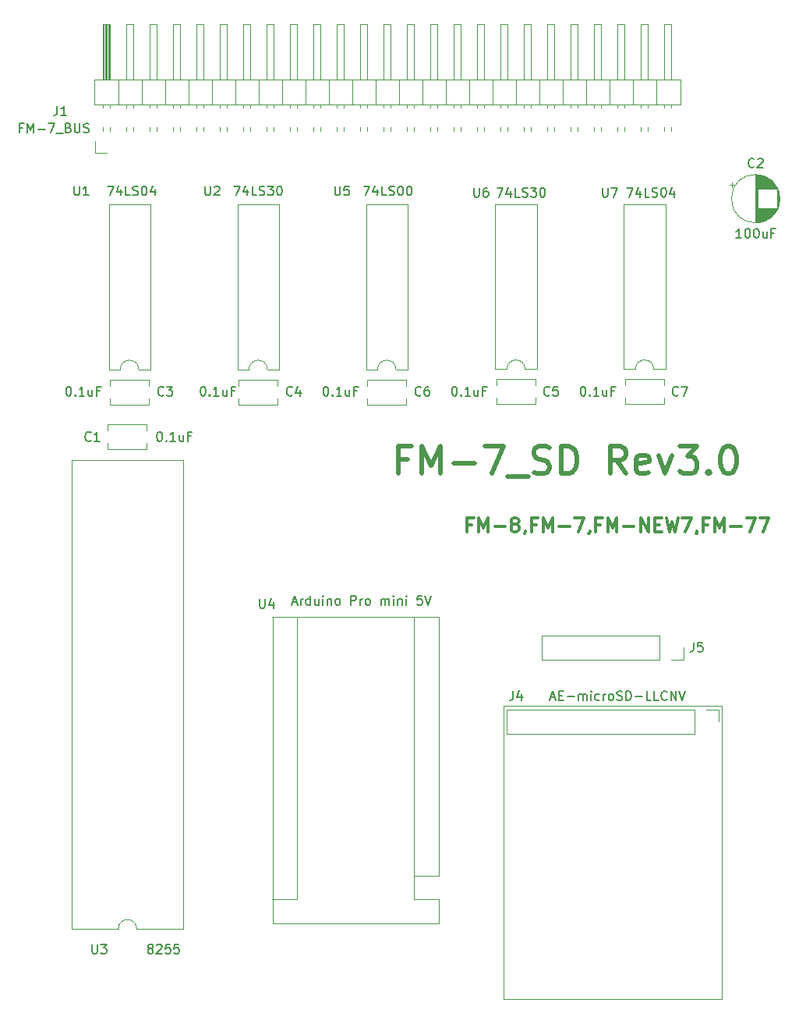
<source format=gto>
G04 #@! TF.GenerationSoftware,KiCad,Pcbnew,(5.1.9)-1*
G04 #@! TF.CreationDate,2023-02-16T17:22:46+09:00*
G04 #@! TF.ProjectId,FM-7_SD,464d2d37-5f53-4442-9e6b-696361645f70,rev?*
G04 #@! TF.SameCoordinates,PX53920b0PY93c3260*
G04 #@! TF.FileFunction,Legend,Top*
G04 #@! TF.FilePolarity,Positive*
%FSLAX46Y46*%
G04 Gerber Fmt 4.6, Leading zero omitted, Abs format (unit mm)*
G04 Created by KiCad (PCBNEW (5.1.9)-1) date 2023-02-16 17:22:46*
%MOMM*%
%LPD*%
G01*
G04 APERTURE LIST*
%ADD10C,0.300000*%
%ADD11C,0.150000*%
%ADD12C,0.500000*%
%ADD13C,0.120000*%
G04 APERTURE END LIST*
D10*
X58678571Y51607143D02*
X58178571Y51607143D01*
X58178571Y50821429D02*
X58178571Y52321429D01*
X58892857Y52321429D01*
X59464285Y50821429D02*
X59464285Y52321429D01*
X59964285Y51250000D01*
X60464285Y52321429D01*
X60464285Y50821429D01*
X61178571Y51392858D02*
X62321428Y51392858D01*
X63250000Y51678572D02*
X63107142Y51750000D01*
X63035714Y51821429D01*
X62964285Y51964286D01*
X62964285Y52035715D01*
X63035714Y52178572D01*
X63107142Y52250000D01*
X63250000Y52321429D01*
X63535714Y52321429D01*
X63678571Y52250000D01*
X63750000Y52178572D01*
X63821428Y52035715D01*
X63821428Y51964286D01*
X63750000Y51821429D01*
X63678571Y51750000D01*
X63535714Y51678572D01*
X63250000Y51678572D01*
X63107142Y51607143D01*
X63035714Y51535715D01*
X62964285Y51392858D01*
X62964285Y51107143D01*
X63035714Y50964286D01*
X63107142Y50892858D01*
X63250000Y50821429D01*
X63535714Y50821429D01*
X63678571Y50892858D01*
X63750000Y50964286D01*
X63821428Y51107143D01*
X63821428Y51392858D01*
X63750000Y51535715D01*
X63678571Y51607143D01*
X63535714Y51678572D01*
X64535714Y50892858D02*
X64535714Y50821429D01*
X64464285Y50678572D01*
X64392857Y50607143D01*
X65678571Y51607143D02*
X65178571Y51607143D01*
X65178571Y50821429D02*
X65178571Y52321429D01*
X65892857Y52321429D01*
X66464285Y50821429D02*
X66464285Y52321429D01*
X66964285Y51250000D01*
X67464285Y52321429D01*
X67464285Y50821429D01*
X68178571Y51392858D02*
X69321428Y51392858D01*
X69892857Y52321429D02*
X70892857Y52321429D01*
X70250000Y50821429D01*
X71535714Y50892858D02*
X71535714Y50821429D01*
X71464285Y50678572D01*
X71392857Y50607143D01*
X72678571Y51607143D02*
X72178571Y51607143D01*
X72178571Y50821429D02*
X72178571Y52321429D01*
X72892857Y52321429D01*
X73464285Y50821429D02*
X73464285Y52321429D01*
X73964285Y51250000D01*
X74464285Y52321429D01*
X74464285Y50821429D01*
X75178571Y51392858D02*
X76321428Y51392858D01*
X77035714Y50821429D02*
X77035714Y52321429D01*
X77892857Y50821429D01*
X77892857Y52321429D01*
X78607142Y51607143D02*
X79107142Y51607143D01*
X79321428Y50821429D02*
X78607142Y50821429D01*
X78607142Y52321429D01*
X79321428Y52321429D01*
X79821428Y52321429D02*
X80178571Y50821429D01*
X80464285Y51892858D01*
X80750000Y50821429D01*
X81107142Y52321429D01*
X81535714Y52321429D02*
X82535714Y52321429D01*
X81892857Y50821429D01*
X83178571Y50892858D02*
X83178571Y50821429D01*
X83107142Y50678572D01*
X83035714Y50607143D01*
X84321428Y51607143D02*
X83821428Y51607143D01*
X83821428Y50821429D02*
X83821428Y52321429D01*
X84535714Y52321429D01*
X85107142Y50821429D02*
X85107142Y52321429D01*
X85607142Y51250000D01*
X86107142Y52321429D01*
X86107142Y50821429D01*
X86821428Y51392858D02*
X87964285Y51392858D01*
X88535714Y52321429D02*
X89535714Y52321429D01*
X88892857Y50821429D01*
X89964285Y52321429D02*
X90964285Y52321429D01*
X90321428Y50821429D01*
D11*
X75527142Y88177620D02*
X76193809Y88177620D01*
X75765238Y87177620D01*
X77003333Y87844286D02*
X77003333Y87177620D01*
X76765238Y88225239D02*
X76527142Y87510953D01*
X77146190Y87510953D01*
X78003333Y87177620D02*
X77527142Y87177620D01*
X77527142Y88177620D01*
X78289047Y87225239D02*
X78431904Y87177620D01*
X78670000Y87177620D01*
X78765238Y87225239D01*
X78812857Y87272858D01*
X78860476Y87368096D01*
X78860476Y87463334D01*
X78812857Y87558572D01*
X78765238Y87606191D01*
X78670000Y87653810D01*
X78479523Y87701429D01*
X78384285Y87749048D01*
X78336666Y87796667D01*
X78289047Y87891905D01*
X78289047Y87987143D01*
X78336666Y88082381D01*
X78384285Y88130000D01*
X78479523Y88177620D01*
X78717619Y88177620D01*
X78860476Y88130000D01*
X79479523Y88177620D02*
X79574761Y88177620D01*
X79670000Y88130000D01*
X79717619Y88082381D01*
X79765238Y87987143D01*
X79812857Y87796667D01*
X79812857Y87558572D01*
X79765238Y87368096D01*
X79717619Y87272858D01*
X79670000Y87225239D01*
X79574761Y87177620D01*
X79479523Y87177620D01*
X79384285Y87225239D01*
X79336666Y87272858D01*
X79289047Y87368096D01*
X79241428Y87558572D01*
X79241428Y87796667D01*
X79289047Y87987143D01*
X79336666Y88082381D01*
X79384285Y88130000D01*
X79479523Y88177620D01*
X80670000Y87844286D02*
X80670000Y87177620D01*
X80431904Y88225239D02*
X80193809Y87510953D01*
X80812857Y87510953D01*
X61432142Y88177620D02*
X62098809Y88177620D01*
X61670238Y87177620D01*
X62908333Y87844286D02*
X62908333Y87177620D01*
X62670238Y88225239D02*
X62432142Y87510953D01*
X63051190Y87510953D01*
X63908333Y87177620D02*
X63432142Y87177620D01*
X63432142Y88177620D01*
X64194047Y87225239D02*
X64336904Y87177620D01*
X64575000Y87177620D01*
X64670238Y87225239D01*
X64717857Y87272858D01*
X64765476Y87368096D01*
X64765476Y87463334D01*
X64717857Y87558572D01*
X64670238Y87606191D01*
X64575000Y87653810D01*
X64384523Y87701429D01*
X64289285Y87749048D01*
X64241666Y87796667D01*
X64194047Y87891905D01*
X64194047Y87987143D01*
X64241666Y88082381D01*
X64289285Y88130000D01*
X64384523Y88177620D01*
X64622619Y88177620D01*
X64765476Y88130000D01*
X65098809Y88177620D02*
X65717857Y88177620D01*
X65384523Y87796667D01*
X65527380Y87796667D01*
X65622619Y87749048D01*
X65670238Y87701429D01*
X65717857Y87606191D01*
X65717857Y87368096D01*
X65670238Y87272858D01*
X65622619Y87225239D01*
X65527380Y87177620D01*
X65241666Y87177620D01*
X65146428Y87225239D01*
X65098809Y87272858D01*
X66336904Y88177620D02*
X66432142Y88177620D01*
X66527380Y88130000D01*
X66575000Y88082381D01*
X66622619Y87987143D01*
X66670238Y87796667D01*
X66670238Y87558572D01*
X66622619Y87368096D01*
X66575000Y87272858D01*
X66527380Y87225239D01*
X66432142Y87177620D01*
X66336904Y87177620D01*
X66241666Y87225239D01*
X66194047Y87272858D01*
X66146428Y87368096D01*
X66098809Y87558572D01*
X66098809Y87796667D01*
X66146428Y87987143D01*
X66194047Y88082381D01*
X66241666Y88130000D01*
X66336904Y88177620D01*
X70747142Y66587620D02*
X70842380Y66587620D01*
X70937619Y66540000D01*
X70985238Y66492381D01*
X71032857Y66397143D01*
X71080476Y66206667D01*
X71080476Y65968572D01*
X71032857Y65778096D01*
X70985238Y65682858D01*
X70937619Y65635239D01*
X70842380Y65587620D01*
X70747142Y65587620D01*
X70651904Y65635239D01*
X70604285Y65682858D01*
X70556666Y65778096D01*
X70509047Y65968572D01*
X70509047Y66206667D01*
X70556666Y66397143D01*
X70604285Y66492381D01*
X70651904Y66540000D01*
X70747142Y66587620D01*
X71509047Y65682858D02*
X71556666Y65635239D01*
X71509047Y65587620D01*
X71461428Y65635239D01*
X71509047Y65682858D01*
X71509047Y65587620D01*
X72509047Y65587620D02*
X71937619Y65587620D01*
X72223333Y65587620D02*
X72223333Y66587620D01*
X72128095Y66444762D01*
X72032857Y66349524D01*
X71937619Y66301905D01*
X73366190Y66254286D02*
X73366190Y65587620D01*
X72937619Y66254286D02*
X72937619Y65730477D01*
X72985238Y65635239D01*
X73080476Y65587620D01*
X73223333Y65587620D01*
X73318571Y65635239D01*
X73366190Y65682858D01*
X74175714Y66111429D02*
X73842380Y66111429D01*
X73842380Y65587620D02*
X73842380Y66587620D01*
X74318571Y66587620D01*
X56777142Y66587620D02*
X56872380Y66587620D01*
X56967619Y66540000D01*
X57015238Y66492381D01*
X57062857Y66397143D01*
X57110476Y66206667D01*
X57110476Y65968572D01*
X57062857Y65778096D01*
X57015238Y65682858D01*
X56967619Y65635239D01*
X56872380Y65587620D01*
X56777142Y65587620D01*
X56681904Y65635239D01*
X56634285Y65682858D01*
X56586666Y65778096D01*
X56539047Y65968572D01*
X56539047Y66206667D01*
X56586666Y66397143D01*
X56634285Y66492381D01*
X56681904Y66540000D01*
X56777142Y66587620D01*
X57539047Y65682858D02*
X57586666Y65635239D01*
X57539047Y65587620D01*
X57491428Y65635239D01*
X57539047Y65682858D01*
X57539047Y65587620D01*
X58539047Y65587620D02*
X57967619Y65587620D01*
X58253333Y65587620D02*
X58253333Y66587620D01*
X58158095Y66444762D01*
X58062857Y66349524D01*
X57967619Y66301905D01*
X59396190Y66254286D02*
X59396190Y65587620D01*
X58967619Y66254286D02*
X58967619Y65730477D01*
X59015238Y65635239D01*
X59110476Y65587620D01*
X59253333Y65587620D01*
X59348571Y65635239D01*
X59396190Y65682858D01*
X60205714Y66111429D02*
X59872380Y66111429D01*
X59872380Y65587620D02*
X59872380Y66587620D01*
X60348571Y66587620D01*
D12*
X51714285Y58714286D02*
X50714285Y58714286D01*
X50714285Y57142858D02*
X50714285Y60142858D01*
X52142857Y60142858D01*
X53285714Y57142858D02*
X53285714Y60142858D01*
X54285714Y58000000D01*
X55285714Y60142858D01*
X55285714Y57142858D01*
X56714285Y58285715D02*
X59000000Y58285715D01*
X60142857Y60142858D02*
X62142857Y60142858D01*
X60857142Y57142858D01*
X62571428Y56857143D02*
X64857142Y56857143D01*
X65428571Y57285715D02*
X65857142Y57142858D01*
X66571428Y57142858D01*
X66857142Y57285715D01*
X67000000Y57428572D01*
X67142857Y57714286D01*
X67142857Y58000000D01*
X67000000Y58285715D01*
X66857142Y58428572D01*
X66571428Y58571429D01*
X66000000Y58714286D01*
X65714285Y58857143D01*
X65571428Y59000000D01*
X65428571Y59285715D01*
X65428571Y59571429D01*
X65571428Y59857143D01*
X65714285Y60000000D01*
X66000000Y60142858D01*
X66714285Y60142858D01*
X67142857Y60000000D01*
X68428571Y57142858D02*
X68428571Y60142858D01*
X69142857Y60142858D01*
X69571428Y60000000D01*
X69857142Y59714286D01*
X70000000Y59428572D01*
X70142857Y58857143D01*
X70142857Y58428572D01*
X70000000Y57857143D01*
X69857142Y57571429D01*
X69571428Y57285715D01*
X69142857Y57142858D01*
X68428571Y57142858D01*
X75428571Y57142858D02*
X74428571Y58571429D01*
X73714285Y57142858D02*
X73714285Y60142858D01*
X74857142Y60142858D01*
X75142857Y60000000D01*
X75285714Y59857143D01*
X75428571Y59571429D01*
X75428571Y59142858D01*
X75285714Y58857143D01*
X75142857Y58714286D01*
X74857142Y58571429D01*
X73714285Y58571429D01*
X77857142Y57285715D02*
X77571428Y57142858D01*
X77000000Y57142858D01*
X76714285Y57285715D01*
X76571428Y57571429D01*
X76571428Y58714286D01*
X76714285Y59000000D01*
X77000000Y59142858D01*
X77571428Y59142858D01*
X77857142Y59000000D01*
X78000000Y58714286D01*
X78000000Y58428572D01*
X76571428Y58142858D01*
X79000000Y59142858D02*
X79714285Y57142858D01*
X80428571Y59142858D01*
X81285714Y60142858D02*
X83142857Y60142858D01*
X82142857Y59000000D01*
X82571428Y59000000D01*
X82857142Y58857143D01*
X83000000Y58714286D01*
X83142857Y58428572D01*
X83142857Y57714286D01*
X83000000Y57428572D01*
X82857142Y57285715D01*
X82571428Y57142858D01*
X81714285Y57142858D01*
X81428571Y57285715D01*
X81285714Y57428572D01*
X84428571Y57428572D02*
X84571428Y57285715D01*
X84428571Y57142858D01*
X84285714Y57285715D01*
X84428571Y57428572D01*
X84428571Y57142858D01*
X86428571Y60142858D02*
X86714285Y60142858D01*
X87000000Y60000000D01*
X87142857Y59857143D01*
X87285714Y59571429D01*
X87428571Y59000000D01*
X87428571Y58285715D01*
X87285714Y57714286D01*
X87142857Y57428572D01*
X87000000Y57285715D01*
X86714285Y57142858D01*
X86428571Y57142858D01*
X86142857Y57285715D01*
X86000000Y57428572D01*
X85857142Y57714286D01*
X85714285Y58285715D01*
X85714285Y59000000D01*
X85857142Y59571429D01*
X86000000Y59857143D01*
X86142857Y60000000D01*
X86428571Y60142858D01*
D11*
X9930238Y94686429D02*
X9596904Y94686429D01*
X9596904Y94162620D02*
X9596904Y95162620D01*
X10073095Y95162620D01*
X10454047Y94162620D02*
X10454047Y95162620D01*
X10787380Y94448334D01*
X11120714Y95162620D01*
X11120714Y94162620D01*
X11596904Y94543572D02*
X12358809Y94543572D01*
X12739761Y95162620D02*
X13406428Y95162620D01*
X12977857Y94162620D01*
X13549285Y94067381D02*
X14311190Y94067381D01*
X14882619Y94686429D02*
X15025476Y94638810D01*
X15073095Y94591191D01*
X15120714Y94495953D01*
X15120714Y94353096D01*
X15073095Y94257858D01*
X15025476Y94210239D01*
X14930238Y94162620D01*
X14549285Y94162620D01*
X14549285Y95162620D01*
X14882619Y95162620D01*
X14977857Y95115000D01*
X15025476Y95067381D01*
X15073095Y94972143D01*
X15073095Y94876905D01*
X15025476Y94781667D01*
X14977857Y94734048D01*
X14882619Y94686429D01*
X14549285Y94686429D01*
X15549285Y95162620D02*
X15549285Y94353096D01*
X15596904Y94257858D01*
X15644523Y94210239D01*
X15739761Y94162620D01*
X15930238Y94162620D01*
X16025476Y94210239D01*
X16073095Y94257858D01*
X16120714Y94353096D01*
X16120714Y95162620D01*
X16549285Y94210239D02*
X16692142Y94162620D01*
X16930238Y94162620D01*
X17025476Y94210239D01*
X17073095Y94257858D01*
X17120714Y94353096D01*
X17120714Y94448334D01*
X17073095Y94543572D01*
X17025476Y94591191D01*
X16930238Y94638810D01*
X16739761Y94686429D01*
X16644523Y94734048D01*
X16596904Y94781667D01*
X16549285Y94876905D01*
X16549285Y94972143D01*
X16596904Y95067381D01*
X16644523Y95115000D01*
X16739761Y95162620D01*
X16977857Y95162620D01*
X17120714Y95115000D01*
X39200000Y43173334D02*
X39676190Y43173334D01*
X39104761Y42887620D02*
X39438095Y43887620D01*
X39771428Y42887620D01*
X40104761Y42887620D02*
X40104761Y43554286D01*
X40104761Y43363810D02*
X40152380Y43459048D01*
X40200000Y43506667D01*
X40295238Y43554286D01*
X40390476Y43554286D01*
X41152380Y42887620D02*
X41152380Y43887620D01*
X41152380Y42935239D02*
X41057142Y42887620D01*
X40866666Y42887620D01*
X40771428Y42935239D01*
X40723809Y42982858D01*
X40676190Y43078096D01*
X40676190Y43363810D01*
X40723809Y43459048D01*
X40771428Y43506667D01*
X40866666Y43554286D01*
X41057142Y43554286D01*
X41152380Y43506667D01*
X42057142Y43554286D02*
X42057142Y42887620D01*
X41628571Y43554286D02*
X41628571Y43030477D01*
X41676190Y42935239D01*
X41771428Y42887620D01*
X41914285Y42887620D01*
X42009523Y42935239D01*
X42057142Y42982858D01*
X42533333Y42887620D02*
X42533333Y43554286D01*
X42533333Y43887620D02*
X42485714Y43840000D01*
X42533333Y43792381D01*
X42580952Y43840000D01*
X42533333Y43887620D01*
X42533333Y43792381D01*
X43009523Y43554286D02*
X43009523Y42887620D01*
X43009523Y43459048D02*
X43057142Y43506667D01*
X43152380Y43554286D01*
X43295238Y43554286D01*
X43390476Y43506667D01*
X43438095Y43411429D01*
X43438095Y42887620D01*
X44057142Y42887620D02*
X43961904Y42935239D01*
X43914285Y42982858D01*
X43866666Y43078096D01*
X43866666Y43363810D01*
X43914285Y43459048D01*
X43961904Y43506667D01*
X44057142Y43554286D01*
X44200000Y43554286D01*
X44295238Y43506667D01*
X44342857Y43459048D01*
X44390476Y43363810D01*
X44390476Y43078096D01*
X44342857Y42982858D01*
X44295238Y42935239D01*
X44200000Y42887620D01*
X44057142Y42887620D01*
X45580952Y42887620D02*
X45580952Y43887620D01*
X45961904Y43887620D01*
X46057142Y43840000D01*
X46104761Y43792381D01*
X46152380Y43697143D01*
X46152380Y43554286D01*
X46104761Y43459048D01*
X46057142Y43411429D01*
X45961904Y43363810D01*
X45580952Y43363810D01*
X46580952Y42887620D02*
X46580952Y43554286D01*
X46580952Y43363810D02*
X46628571Y43459048D01*
X46676190Y43506667D01*
X46771428Y43554286D01*
X46866666Y43554286D01*
X47342857Y42887620D02*
X47247619Y42935239D01*
X47200000Y42982858D01*
X47152380Y43078096D01*
X47152380Y43363810D01*
X47200000Y43459048D01*
X47247619Y43506667D01*
X47342857Y43554286D01*
X47485714Y43554286D01*
X47580952Y43506667D01*
X47628571Y43459048D01*
X47676190Y43363810D01*
X47676190Y43078096D01*
X47628571Y42982858D01*
X47580952Y42935239D01*
X47485714Y42887620D01*
X47342857Y42887620D01*
X48866666Y42887620D02*
X48866666Y43554286D01*
X48866666Y43459048D02*
X48914285Y43506667D01*
X49009523Y43554286D01*
X49152380Y43554286D01*
X49247619Y43506667D01*
X49295238Y43411429D01*
X49295238Y42887620D01*
X49295238Y43411429D02*
X49342857Y43506667D01*
X49438095Y43554286D01*
X49580952Y43554286D01*
X49676190Y43506667D01*
X49723809Y43411429D01*
X49723809Y42887620D01*
X50200000Y42887620D02*
X50200000Y43554286D01*
X50200000Y43887620D02*
X50152380Y43840000D01*
X50200000Y43792381D01*
X50247619Y43840000D01*
X50200000Y43887620D01*
X50200000Y43792381D01*
X50676190Y43554286D02*
X50676190Y42887620D01*
X50676190Y43459048D02*
X50723809Y43506667D01*
X50819047Y43554286D01*
X50961904Y43554286D01*
X51057142Y43506667D01*
X51104761Y43411429D01*
X51104761Y42887620D01*
X51580952Y42887620D02*
X51580952Y43554286D01*
X51580952Y43887620D02*
X51533333Y43840000D01*
X51580952Y43792381D01*
X51628571Y43840000D01*
X51580952Y43887620D01*
X51580952Y43792381D01*
X53295238Y43887620D02*
X52819047Y43887620D01*
X52771428Y43411429D01*
X52819047Y43459048D01*
X52914285Y43506667D01*
X53152380Y43506667D01*
X53247619Y43459048D01*
X53295238Y43411429D01*
X53342857Y43316191D01*
X53342857Y43078096D01*
X53295238Y42982858D01*
X53247619Y42935239D01*
X53152380Y42887620D01*
X52914285Y42887620D01*
X52819047Y42935239D01*
X52771428Y42982858D01*
X53628571Y43887620D02*
X53961904Y42887620D01*
X54295238Y43887620D01*
X23691190Y5609048D02*
X23595952Y5656667D01*
X23548333Y5704286D01*
X23500714Y5799524D01*
X23500714Y5847143D01*
X23548333Y5942381D01*
X23595952Y5990000D01*
X23691190Y6037620D01*
X23881666Y6037620D01*
X23976904Y5990000D01*
X24024523Y5942381D01*
X24072142Y5847143D01*
X24072142Y5799524D01*
X24024523Y5704286D01*
X23976904Y5656667D01*
X23881666Y5609048D01*
X23691190Y5609048D01*
X23595952Y5561429D01*
X23548333Y5513810D01*
X23500714Y5418572D01*
X23500714Y5228096D01*
X23548333Y5132858D01*
X23595952Y5085239D01*
X23691190Y5037620D01*
X23881666Y5037620D01*
X23976904Y5085239D01*
X24024523Y5132858D01*
X24072142Y5228096D01*
X24072142Y5418572D01*
X24024523Y5513810D01*
X23976904Y5561429D01*
X23881666Y5609048D01*
X24453095Y5942381D02*
X24500714Y5990000D01*
X24595952Y6037620D01*
X24834047Y6037620D01*
X24929285Y5990000D01*
X24976904Y5942381D01*
X25024523Y5847143D01*
X25024523Y5751905D01*
X24976904Y5609048D01*
X24405476Y5037620D01*
X25024523Y5037620D01*
X25929285Y6037620D02*
X25453095Y6037620D01*
X25405476Y5561429D01*
X25453095Y5609048D01*
X25548333Y5656667D01*
X25786428Y5656667D01*
X25881666Y5609048D01*
X25929285Y5561429D01*
X25976904Y5466191D01*
X25976904Y5228096D01*
X25929285Y5132858D01*
X25881666Y5085239D01*
X25786428Y5037620D01*
X25548333Y5037620D01*
X25453095Y5085239D01*
X25405476Y5132858D01*
X26881666Y6037620D02*
X26405476Y6037620D01*
X26357857Y5561429D01*
X26405476Y5609048D01*
X26500714Y5656667D01*
X26738809Y5656667D01*
X26834047Y5609048D01*
X26881666Y5561429D01*
X26929285Y5466191D01*
X26929285Y5228096D01*
X26881666Y5132858D01*
X26834047Y5085239D01*
X26738809Y5037620D01*
X26500714Y5037620D01*
X26405476Y5085239D01*
X26357857Y5132858D01*
X87987380Y82732620D02*
X87415952Y82732620D01*
X87701666Y82732620D02*
X87701666Y83732620D01*
X87606428Y83589762D01*
X87511190Y83494524D01*
X87415952Y83446905D01*
X88606428Y83732620D02*
X88701666Y83732620D01*
X88796904Y83685000D01*
X88844523Y83637381D01*
X88892142Y83542143D01*
X88939761Y83351667D01*
X88939761Y83113572D01*
X88892142Y82923096D01*
X88844523Y82827858D01*
X88796904Y82780239D01*
X88701666Y82732620D01*
X88606428Y82732620D01*
X88511190Y82780239D01*
X88463571Y82827858D01*
X88415952Y82923096D01*
X88368333Y83113572D01*
X88368333Y83351667D01*
X88415952Y83542143D01*
X88463571Y83637381D01*
X88511190Y83685000D01*
X88606428Y83732620D01*
X89558809Y83732620D02*
X89654047Y83732620D01*
X89749285Y83685000D01*
X89796904Y83637381D01*
X89844523Y83542143D01*
X89892142Y83351667D01*
X89892142Y83113572D01*
X89844523Y82923096D01*
X89796904Y82827858D01*
X89749285Y82780239D01*
X89654047Y82732620D01*
X89558809Y82732620D01*
X89463571Y82780239D01*
X89415952Y82827858D01*
X89368333Y82923096D01*
X89320714Y83113572D01*
X89320714Y83351667D01*
X89368333Y83542143D01*
X89415952Y83637381D01*
X89463571Y83685000D01*
X89558809Y83732620D01*
X90749285Y83399286D02*
X90749285Y82732620D01*
X90320714Y83399286D02*
X90320714Y82875477D01*
X90368333Y82780239D01*
X90463571Y82732620D01*
X90606428Y82732620D01*
X90701666Y82780239D01*
X90749285Y82827858D01*
X91558809Y83256429D02*
X91225476Y83256429D01*
X91225476Y82732620D02*
X91225476Y83732620D01*
X91701666Y83732620D01*
X24737142Y61667620D02*
X24832380Y61667620D01*
X24927619Y61620000D01*
X24975238Y61572381D01*
X25022857Y61477143D01*
X25070476Y61286667D01*
X25070476Y61048572D01*
X25022857Y60858096D01*
X24975238Y60762858D01*
X24927619Y60715239D01*
X24832380Y60667620D01*
X24737142Y60667620D01*
X24641904Y60715239D01*
X24594285Y60762858D01*
X24546666Y60858096D01*
X24499047Y61048572D01*
X24499047Y61286667D01*
X24546666Y61477143D01*
X24594285Y61572381D01*
X24641904Y61620000D01*
X24737142Y61667620D01*
X25499047Y60762858D02*
X25546666Y60715239D01*
X25499047Y60667620D01*
X25451428Y60715239D01*
X25499047Y60762858D01*
X25499047Y60667620D01*
X26499047Y60667620D02*
X25927619Y60667620D01*
X26213333Y60667620D02*
X26213333Y61667620D01*
X26118095Y61524762D01*
X26022857Y61429524D01*
X25927619Y61381905D01*
X27356190Y61334286D02*
X27356190Y60667620D01*
X26927619Y61334286D02*
X26927619Y60810477D01*
X26975238Y60715239D01*
X27070476Y60667620D01*
X27213333Y60667620D01*
X27308571Y60715239D01*
X27356190Y60762858D01*
X28165714Y61191429D02*
X27832380Y61191429D01*
X27832380Y60667620D02*
X27832380Y61667620D01*
X28308571Y61667620D01*
X19127142Y88357620D02*
X19793809Y88357620D01*
X19365238Y87357620D01*
X20603333Y88024286D02*
X20603333Y87357620D01*
X20365238Y88405239D02*
X20127142Y87690953D01*
X20746190Y87690953D01*
X21603333Y87357620D02*
X21127142Y87357620D01*
X21127142Y88357620D01*
X21889047Y87405239D02*
X22031904Y87357620D01*
X22270000Y87357620D01*
X22365238Y87405239D01*
X22412857Y87452858D01*
X22460476Y87548096D01*
X22460476Y87643334D01*
X22412857Y87738572D01*
X22365238Y87786191D01*
X22270000Y87833810D01*
X22079523Y87881429D01*
X21984285Y87929048D01*
X21936666Y87976667D01*
X21889047Y88071905D01*
X21889047Y88167143D01*
X21936666Y88262381D01*
X21984285Y88310000D01*
X22079523Y88357620D01*
X22317619Y88357620D01*
X22460476Y88310000D01*
X23079523Y88357620D02*
X23174761Y88357620D01*
X23270000Y88310000D01*
X23317619Y88262381D01*
X23365238Y88167143D01*
X23412857Y87976667D01*
X23412857Y87738572D01*
X23365238Y87548096D01*
X23317619Y87452858D01*
X23270000Y87405239D01*
X23174761Y87357620D01*
X23079523Y87357620D01*
X22984285Y87405239D01*
X22936666Y87452858D01*
X22889047Y87548096D01*
X22841428Y87738572D01*
X22841428Y87976667D01*
X22889047Y88167143D01*
X22936666Y88262381D01*
X22984285Y88310000D01*
X23079523Y88357620D01*
X24270000Y88024286D02*
X24270000Y87357620D01*
X24031904Y88405239D02*
X23793809Y87690953D01*
X24412857Y87690953D01*
X14867142Y66587620D02*
X14962380Y66587620D01*
X15057619Y66540000D01*
X15105238Y66492381D01*
X15152857Y66397143D01*
X15200476Y66206667D01*
X15200476Y65968572D01*
X15152857Y65778096D01*
X15105238Y65682858D01*
X15057619Y65635239D01*
X14962380Y65587620D01*
X14867142Y65587620D01*
X14771904Y65635239D01*
X14724285Y65682858D01*
X14676666Y65778096D01*
X14629047Y65968572D01*
X14629047Y66206667D01*
X14676666Y66397143D01*
X14724285Y66492381D01*
X14771904Y66540000D01*
X14867142Y66587620D01*
X15629047Y65682858D02*
X15676666Y65635239D01*
X15629047Y65587620D01*
X15581428Y65635239D01*
X15629047Y65682858D01*
X15629047Y65587620D01*
X16629047Y65587620D02*
X16057619Y65587620D01*
X16343333Y65587620D02*
X16343333Y66587620D01*
X16248095Y66444762D01*
X16152857Y66349524D01*
X16057619Y66301905D01*
X17486190Y66254286D02*
X17486190Y65587620D01*
X17057619Y66254286D02*
X17057619Y65730477D01*
X17105238Y65635239D01*
X17200476Y65587620D01*
X17343333Y65587620D01*
X17438571Y65635239D01*
X17486190Y65682858D01*
X18295714Y66111429D02*
X17962380Y66111429D01*
X17962380Y65587620D02*
X17962380Y66587620D01*
X18438571Y66587620D01*
X32857142Y88357620D02*
X33523809Y88357620D01*
X33095238Y87357620D01*
X34333333Y88024286D02*
X34333333Y87357620D01*
X34095238Y88405239D02*
X33857142Y87690953D01*
X34476190Y87690953D01*
X35333333Y87357620D02*
X34857142Y87357620D01*
X34857142Y88357620D01*
X35619047Y87405239D02*
X35761904Y87357620D01*
X36000000Y87357620D01*
X36095238Y87405239D01*
X36142857Y87452858D01*
X36190476Y87548096D01*
X36190476Y87643334D01*
X36142857Y87738572D01*
X36095238Y87786191D01*
X36000000Y87833810D01*
X35809523Y87881429D01*
X35714285Y87929048D01*
X35666666Y87976667D01*
X35619047Y88071905D01*
X35619047Y88167143D01*
X35666666Y88262381D01*
X35714285Y88310000D01*
X35809523Y88357620D01*
X36047619Y88357620D01*
X36190476Y88310000D01*
X36523809Y88357620D02*
X37142857Y88357620D01*
X36809523Y87976667D01*
X36952380Y87976667D01*
X37047619Y87929048D01*
X37095238Y87881429D01*
X37142857Y87786191D01*
X37142857Y87548096D01*
X37095238Y87452858D01*
X37047619Y87405239D01*
X36952380Y87357620D01*
X36666666Y87357620D01*
X36571428Y87405239D01*
X36523809Y87452858D01*
X37761904Y88357620D02*
X37857142Y88357620D01*
X37952380Y88310000D01*
X38000000Y88262381D01*
X38047619Y88167143D01*
X38095238Y87976667D01*
X38095238Y87738572D01*
X38047619Y87548096D01*
X38000000Y87452858D01*
X37952380Y87405239D01*
X37857142Y87357620D01*
X37761904Y87357620D01*
X37666666Y87405239D01*
X37619047Y87452858D01*
X37571428Y87548096D01*
X37523809Y87738572D01*
X37523809Y87976667D01*
X37571428Y88167143D01*
X37619047Y88262381D01*
X37666666Y88310000D01*
X37761904Y88357620D01*
X29472142Y66587620D02*
X29567380Y66587620D01*
X29662619Y66540000D01*
X29710238Y66492381D01*
X29757857Y66397143D01*
X29805476Y66206667D01*
X29805476Y65968572D01*
X29757857Y65778096D01*
X29710238Y65682858D01*
X29662619Y65635239D01*
X29567380Y65587620D01*
X29472142Y65587620D01*
X29376904Y65635239D01*
X29329285Y65682858D01*
X29281666Y65778096D01*
X29234047Y65968572D01*
X29234047Y66206667D01*
X29281666Y66397143D01*
X29329285Y66492381D01*
X29376904Y66540000D01*
X29472142Y66587620D01*
X30234047Y65682858D02*
X30281666Y65635239D01*
X30234047Y65587620D01*
X30186428Y65635239D01*
X30234047Y65682858D01*
X30234047Y65587620D01*
X31234047Y65587620D02*
X30662619Y65587620D01*
X30948333Y65587620D02*
X30948333Y66587620D01*
X30853095Y66444762D01*
X30757857Y66349524D01*
X30662619Y66301905D01*
X32091190Y66254286D02*
X32091190Y65587620D01*
X31662619Y66254286D02*
X31662619Y65730477D01*
X31710238Y65635239D01*
X31805476Y65587620D01*
X31948333Y65587620D01*
X32043571Y65635239D01*
X32091190Y65682858D01*
X32900714Y66111429D02*
X32567380Y66111429D01*
X32567380Y65587620D02*
X32567380Y66587620D01*
X33043571Y66587620D01*
X46952142Y88357620D02*
X47618809Y88357620D01*
X47190238Y87357620D01*
X48428333Y88024286D02*
X48428333Y87357620D01*
X48190238Y88405239D02*
X47952142Y87690953D01*
X48571190Y87690953D01*
X49428333Y87357620D02*
X48952142Y87357620D01*
X48952142Y88357620D01*
X49714047Y87405239D02*
X49856904Y87357620D01*
X50095000Y87357620D01*
X50190238Y87405239D01*
X50237857Y87452858D01*
X50285476Y87548096D01*
X50285476Y87643334D01*
X50237857Y87738572D01*
X50190238Y87786191D01*
X50095000Y87833810D01*
X49904523Y87881429D01*
X49809285Y87929048D01*
X49761666Y87976667D01*
X49714047Y88071905D01*
X49714047Y88167143D01*
X49761666Y88262381D01*
X49809285Y88310000D01*
X49904523Y88357620D01*
X50142619Y88357620D01*
X50285476Y88310000D01*
X50904523Y88357620D02*
X50999761Y88357620D01*
X51095000Y88310000D01*
X51142619Y88262381D01*
X51190238Y88167143D01*
X51237857Y87976667D01*
X51237857Y87738572D01*
X51190238Y87548096D01*
X51142619Y87452858D01*
X51095000Y87405239D01*
X50999761Y87357620D01*
X50904523Y87357620D01*
X50809285Y87405239D01*
X50761666Y87452858D01*
X50714047Y87548096D01*
X50666428Y87738572D01*
X50666428Y87976667D01*
X50714047Y88167143D01*
X50761666Y88262381D01*
X50809285Y88310000D01*
X50904523Y88357620D01*
X51856904Y88357620D02*
X51952142Y88357620D01*
X52047380Y88310000D01*
X52095000Y88262381D01*
X52142619Y88167143D01*
X52190238Y87976667D01*
X52190238Y87738572D01*
X52142619Y87548096D01*
X52095000Y87452858D01*
X52047380Y87405239D01*
X51952142Y87357620D01*
X51856904Y87357620D01*
X51761666Y87405239D01*
X51714047Y87452858D01*
X51666428Y87548096D01*
X51618809Y87738572D01*
X51618809Y87976667D01*
X51666428Y88167143D01*
X51714047Y88262381D01*
X51761666Y88310000D01*
X51856904Y88357620D01*
X42807142Y66587620D02*
X42902380Y66587620D01*
X42997619Y66540000D01*
X43045238Y66492381D01*
X43092857Y66397143D01*
X43140476Y66206667D01*
X43140476Y65968572D01*
X43092857Y65778096D01*
X43045238Y65682858D01*
X42997619Y65635239D01*
X42902380Y65587620D01*
X42807142Y65587620D01*
X42711904Y65635239D01*
X42664285Y65682858D01*
X42616666Y65778096D01*
X42569047Y65968572D01*
X42569047Y66206667D01*
X42616666Y66397143D01*
X42664285Y66492381D01*
X42711904Y66540000D01*
X42807142Y66587620D01*
X43569047Y65682858D02*
X43616666Y65635239D01*
X43569047Y65587620D01*
X43521428Y65635239D01*
X43569047Y65682858D01*
X43569047Y65587620D01*
X44569047Y65587620D02*
X43997619Y65587620D01*
X44283333Y65587620D02*
X44283333Y66587620D01*
X44188095Y66444762D01*
X44092857Y66349524D01*
X43997619Y66301905D01*
X45426190Y66254286D02*
X45426190Y65587620D01*
X44997619Y66254286D02*
X44997619Y65730477D01*
X45045238Y65635239D01*
X45140476Y65587620D01*
X45283333Y65587620D01*
X45378571Y65635239D01*
X45426190Y65682858D01*
X46235714Y66111429D02*
X45902380Y66111429D01*
X45902380Y65587620D02*
X45902380Y66587620D01*
X46378571Y66587620D01*
D13*
X23400000Y60455000D02*
X23400000Y59750000D01*
X23400000Y62490000D02*
X23400000Y61785000D01*
X19160000Y60455000D02*
X19160000Y59750000D01*
X19160000Y62490000D02*
X19160000Y61785000D01*
X19160000Y59750000D02*
X23400000Y59750000D01*
X19160000Y62490000D02*
X23400000Y62490000D01*
X86960225Y88720000D02*
X86960225Y88220000D01*
X86710225Y88470000D02*
X87210225Y88470000D01*
X92116000Y87279000D02*
X92116000Y86711000D01*
X92076000Y87513000D02*
X92076000Y86477000D01*
X92036000Y87672000D02*
X92036000Y86318000D01*
X91996000Y87800000D02*
X91996000Y86190000D01*
X91956000Y87910000D02*
X91956000Y86080000D01*
X91916000Y88006000D02*
X91916000Y85984000D01*
X91876000Y88093000D02*
X91876000Y85897000D01*
X91836000Y88173000D02*
X91836000Y85817000D01*
X91796000Y85955000D02*
X91796000Y85744000D01*
X91796000Y88246000D02*
X91796000Y88035000D01*
X91756000Y85955000D02*
X91756000Y85676000D01*
X91756000Y88314000D02*
X91756000Y88035000D01*
X91716000Y85955000D02*
X91716000Y85612000D01*
X91716000Y88378000D02*
X91716000Y88035000D01*
X91676000Y85955000D02*
X91676000Y85552000D01*
X91676000Y88438000D02*
X91676000Y88035000D01*
X91636000Y85955000D02*
X91636000Y85495000D01*
X91636000Y88495000D02*
X91636000Y88035000D01*
X91596000Y85955000D02*
X91596000Y85441000D01*
X91596000Y88549000D02*
X91596000Y88035000D01*
X91556000Y85955000D02*
X91556000Y85390000D01*
X91556000Y88600000D02*
X91556000Y88035000D01*
X91516000Y85955000D02*
X91516000Y85342000D01*
X91516000Y88648000D02*
X91516000Y88035000D01*
X91476000Y85955000D02*
X91476000Y85296000D01*
X91476000Y88694000D02*
X91476000Y88035000D01*
X91436000Y85955000D02*
X91436000Y85252000D01*
X91436000Y88738000D02*
X91436000Y88035000D01*
X91396000Y85955000D02*
X91396000Y85210000D01*
X91396000Y88780000D02*
X91396000Y88035000D01*
X91356000Y85955000D02*
X91356000Y85169000D01*
X91356000Y88821000D02*
X91356000Y88035000D01*
X91316000Y85955000D02*
X91316000Y85131000D01*
X91316000Y88859000D02*
X91316000Y88035000D01*
X91276000Y85955000D02*
X91276000Y85094000D01*
X91276000Y88896000D02*
X91276000Y88035000D01*
X91236000Y85955000D02*
X91236000Y85058000D01*
X91236000Y88932000D02*
X91236000Y88035000D01*
X91196000Y85955000D02*
X91196000Y85024000D01*
X91196000Y88966000D02*
X91196000Y88035000D01*
X91156000Y85955000D02*
X91156000Y84991000D01*
X91156000Y88999000D02*
X91156000Y88035000D01*
X91116000Y85955000D02*
X91116000Y84960000D01*
X91116000Y89030000D02*
X91116000Y88035000D01*
X91076000Y85955000D02*
X91076000Y84930000D01*
X91076000Y89060000D02*
X91076000Y88035000D01*
X91036000Y85955000D02*
X91036000Y84900000D01*
X91036000Y89090000D02*
X91036000Y88035000D01*
X90996000Y85955000D02*
X90996000Y84873000D01*
X90996000Y89117000D02*
X90996000Y88035000D01*
X90956000Y85955000D02*
X90956000Y84846000D01*
X90956000Y89144000D02*
X90956000Y88035000D01*
X90916000Y85955000D02*
X90916000Y84820000D01*
X90916000Y89170000D02*
X90916000Y88035000D01*
X90876000Y85955000D02*
X90876000Y84795000D01*
X90876000Y89195000D02*
X90876000Y88035000D01*
X90836000Y85955000D02*
X90836000Y84771000D01*
X90836000Y89219000D02*
X90836000Y88035000D01*
X90796000Y85955000D02*
X90796000Y84748000D01*
X90796000Y89242000D02*
X90796000Y88035000D01*
X90756000Y85955000D02*
X90756000Y84727000D01*
X90756000Y89263000D02*
X90756000Y88035000D01*
X90716000Y85955000D02*
X90716000Y84705000D01*
X90716000Y89285000D02*
X90716000Y88035000D01*
X90676000Y85955000D02*
X90676000Y84685000D01*
X90676000Y89305000D02*
X90676000Y88035000D01*
X90636000Y85955000D02*
X90636000Y84666000D01*
X90636000Y89324000D02*
X90636000Y88035000D01*
X90596000Y85955000D02*
X90596000Y84647000D01*
X90596000Y89343000D02*
X90596000Y88035000D01*
X90556000Y85955000D02*
X90556000Y84630000D01*
X90556000Y89360000D02*
X90556000Y88035000D01*
X90516000Y85955000D02*
X90516000Y84613000D01*
X90516000Y89377000D02*
X90516000Y88035000D01*
X90476000Y85955000D02*
X90476000Y84597000D01*
X90476000Y89393000D02*
X90476000Y88035000D01*
X90436000Y85955000D02*
X90436000Y84581000D01*
X90436000Y89409000D02*
X90436000Y88035000D01*
X90396000Y85955000D02*
X90396000Y84567000D01*
X90396000Y89423000D02*
X90396000Y88035000D01*
X90356000Y85955000D02*
X90356000Y84553000D01*
X90356000Y89437000D02*
X90356000Y88035000D01*
X90316000Y85955000D02*
X90316000Y84540000D01*
X90316000Y89450000D02*
X90316000Y88035000D01*
X90276000Y85955000D02*
X90276000Y84527000D01*
X90276000Y89463000D02*
X90276000Y88035000D01*
X90236000Y85955000D02*
X90236000Y84515000D01*
X90236000Y89475000D02*
X90236000Y88035000D01*
X90195000Y85955000D02*
X90195000Y84504000D01*
X90195000Y89486000D02*
X90195000Y88035000D01*
X90155000Y85955000D02*
X90155000Y84494000D01*
X90155000Y89496000D02*
X90155000Y88035000D01*
X90115000Y85955000D02*
X90115000Y84484000D01*
X90115000Y89506000D02*
X90115000Y88035000D01*
X90075000Y85955000D02*
X90075000Y84475000D01*
X90075000Y89515000D02*
X90075000Y88035000D01*
X90035000Y85955000D02*
X90035000Y84467000D01*
X90035000Y89523000D02*
X90035000Y88035000D01*
X89995000Y85955000D02*
X89995000Y84459000D01*
X89995000Y89531000D02*
X89995000Y88035000D01*
X89955000Y85955000D02*
X89955000Y84452000D01*
X89955000Y89538000D02*
X89955000Y88035000D01*
X89915000Y85955000D02*
X89915000Y84445000D01*
X89915000Y89545000D02*
X89915000Y88035000D01*
X89875000Y85955000D02*
X89875000Y84439000D01*
X89875000Y89551000D02*
X89875000Y88035000D01*
X89835000Y85955000D02*
X89835000Y84434000D01*
X89835000Y89556000D02*
X89835000Y88035000D01*
X89795000Y85955000D02*
X89795000Y84430000D01*
X89795000Y89560000D02*
X89795000Y88035000D01*
X89755000Y85955000D02*
X89755000Y84426000D01*
X89755000Y89564000D02*
X89755000Y88035000D01*
X89715000Y89568000D02*
X89715000Y84422000D01*
X89675000Y89571000D02*
X89675000Y84419000D01*
X89635000Y89573000D02*
X89635000Y84417000D01*
X89595000Y89574000D02*
X89595000Y84416000D01*
X89555000Y89575000D02*
X89555000Y84415000D01*
X89515000Y89575000D02*
X89515000Y84415000D01*
X92135000Y86995000D02*
G75*
G03*
X92135000Y86995000I-2620000J0D01*
G01*
X19385000Y67345000D02*
X23625000Y67345000D01*
X19385000Y64605000D02*
X23625000Y64605000D01*
X19385000Y67345000D02*
X19385000Y66640000D01*
X19385000Y65310000D02*
X19385000Y64605000D01*
X23625000Y67345000D02*
X23625000Y66640000D01*
X23625000Y65310000D02*
X23625000Y64605000D01*
X37595000Y65310000D02*
X37595000Y64605000D01*
X37595000Y67345000D02*
X37595000Y66640000D01*
X33355000Y65310000D02*
X33355000Y64605000D01*
X33355000Y67345000D02*
X33355000Y66640000D01*
X33355000Y64605000D02*
X37595000Y64605000D01*
X33355000Y67345000D02*
X37595000Y67345000D01*
X51565000Y65310000D02*
X51565000Y64605000D01*
X51565000Y67345000D02*
X51565000Y66640000D01*
X47325000Y65310000D02*
X47325000Y64605000D01*
X47325000Y67345000D02*
X47325000Y66640000D01*
X47325000Y64605000D02*
X51565000Y64605000D01*
X47325000Y67345000D02*
X51565000Y67345000D01*
X85845000Y31901000D02*
X62145000Y31901000D01*
X85845000Y101000D02*
X85845000Y31901000D01*
X62145000Y101000D02*
X85845000Y101000D01*
X62145000Y31901000D02*
X62145000Y101000D01*
X85495000Y31531000D02*
X85495000Y30201000D01*
X84165000Y31531000D02*
X85495000Y31531000D01*
X82895000Y31531000D02*
X82895000Y28871000D01*
X82895000Y28871000D02*
X62515000Y28871000D01*
X82895000Y31531000D02*
X62515000Y31531000D01*
X62515000Y31531000D02*
X62515000Y28871000D01*
X81685000Y38260000D02*
X81685000Y36930000D01*
X81685000Y36930000D02*
X80355000Y36930000D01*
X79085000Y36930000D02*
X66325000Y36930000D01*
X66325000Y39590000D02*
X66325000Y36930000D01*
X79085000Y39590000D02*
X66325000Y39590000D01*
X79085000Y39590000D02*
X79085000Y36930000D01*
X19275000Y68455000D02*
X20525000Y68455000D01*
X19275000Y86355000D02*
X19275000Y68455000D01*
X23775000Y86355000D02*
X19275000Y86355000D01*
X23775000Y68455000D02*
X23775000Y86355000D01*
X22525000Y68455000D02*
X23775000Y68455000D01*
X20525000Y68455000D02*
G75*
G02*
X22525000Y68455000I1000000J0D01*
G01*
X36495000Y68455000D02*
X37745000Y68455000D01*
X37745000Y68455000D02*
X37745000Y86355000D01*
X37745000Y86355000D02*
X33245000Y86355000D01*
X33245000Y86355000D02*
X33245000Y68455000D01*
X33245000Y68455000D02*
X34495000Y68455000D01*
X34495000Y68455000D02*
G75*
G02*
X36495000Y68455000I1000000J0D01*
G01*
X15240000Y7720000D02*
X20300000Y7720000D01*
X15240000Y58640000D02*
X15240000Y7720000D01*
X27360000Y58640000D02*
X15240000Y58640000D01*
X27360000Y7720000D02*
X27360000Y58640000D01*
X22300000Y7720000D02*
X27360000Y7720000D01*
X20300000Y7720000D02*
G75*
G02*
X22300000Y7720000I1000000J0D01*
G01*
X37048000Y8288000D02*
X55082000Y8288000D01*
X37048000Y41562000D02*
X37048000Y8288000D01*
X52415000Y13495000D02*
X52415000Y41562000D01*
X52415000Y13495000D02*
X55082000Y13495000D01*
X55082000Y41562000D02*
X37045000Y41562000D01*
X39715000Y10955000D02*
X39715000Y41562000D01*
X39715000Y10955000D02*
X37045000Y10955000D01*
X55082000Y8288000D02*
X55082000Y10955000D01*
X55082000Y13495000D02*
X55082000Y41562000D01*
X52415000Y10955000D02*
X55082000Y10955000D01*
X52415000Y13495000D02*
X52415000Y10955000D01*
X50465000Y68455000D02*
X51715000Y68455000D01*
X51715000Y68455000D02*
X51715000Y86355000D01*
X51715000Y86355000D02*
X47215000Y86355000D01*
X47215000Y86355000D02*
X47215000Y68455000D01*
X47215000Y68455000D02*
X48465000Y68455000D01*
X48465000Y68455000D02*
G75*
G02*
X50465000Y68455000I1000000J0D01*
G01*
X17780000Y91995000D02*
X17780000Y93265000D01*
X19050000Y91995000D02*
X17780000Y91995000D01*
X80390000Y94307929D02*
X80390000Y94762071D01*
X79630000Y94307929D02*
X79630000Y94762071D01*
X80390000Y96847929D02*
X80390000Y97245000D01*
X79630000Y96847929D02*
X79630000Y97245000D01*
X80390000Y105905000D02*
X80390000Y99905000D01*
X79630000Y105905000D02*
X80390000Y105905000D01*
X79630000Y99905000D02*
X79630000Y105905000D01*
X78740000Y97245000D02*
X78740000Y99905000D01*
X77850000Y94307929D02*
X77850000Y94762071D01*
X77090000Y94307929D02*
X77090000Y94762071D01*
X77850000Y96847929D02*
X77850000Y97245000D01*
X77090000Y96847929D02*
X77090000Y97245000D01*
X77850000Y105905000D02*
X77850000Y99905000D01*
X77090000Y105905000D02*
X77850000Y105905000D01*
X77090000Y99905000D02*
X77090000Y105905000D01*
X76200000Y97245000D02*
X76200000Y99905000D01*
X75310000Y94307929D02*
X75310000Y94762071D01*
X74550000Y94307929D02*
X74550000Y94762071D01*
X75310000Y96847929D02*
X75310000Y97245000D01*
X74550000Y96847929D02*
X74550000Y97245000D01*
X75310000Y105905000D02*
X75310000Y99905000D01*
X74550000Y105905000D02*
X75310000Y105905000D01*
X74550000Y99905000D02*
X74550000Y105905000D01*
X73660000Y97245000D02*
X73660000Y99905000D01*
X72770000Y94307929D02*
X72770000Y94762071D01*
X72010000Y94307929D02*
X72010000Y94762071D01*
X72770000Y96847929D02*
X72770000Y97245000D01*
X72010000Y96847929D02*
X72010000Y97245000D01*
X72770000Y105905000D02*
X72770000Y99905000D01*
X72010000Y105905000D02*
X72770000Y105905000D01*
X72010000Y99905000D02*
X72010000Y105905000D01*
X71120000Y97245000D02*
X71120000Y99905000D01*
X70230000Y94307929D02*
X70230000Y94762071D01*
X69470000Y94307929D02*
X69470000Y94762071D01*
X70230000Y96847929D02*
X70230000Y97245000D01*
X69470000Y96847929D02*
X69470000Y97245000D01*
X70230000Y105905000D02*
X70230000Y99905000D01*
X69470000Y105905000D02*
X70230000Y105905000D01*
X69470000Y99905000D02*
X69470000Y105905000D01*
X68580000Y97245000D02*
X68580000Y99905000D01*
X67690000Y94307929D02*
X67690000Y94762071D01*
X66930000Y94307929D02*
X66930000Y94762071D01*
X67690000Y96847929D02*
X67690000Y97245000D01*
X66930000Y96847929D02*
X66930000Y97245000D01*
X67690000Y105905000D02*
X67690000Y99905000D01*
X66930000Y105905000D02*
X67690000Y105905000D01*
X66930000Y99905000D02*
X66930000Y105905000D01*
X66040000Y97245000D02*
X66040000Y99905000D01*
X65150000Y94307929D02*
X65150000Y94762071D01*
X64390000Y94307929D02*
X64390000Y94762071D01*
X65150000Y96847929D02*
X65150000Y97245000D01*
X64390000Y96847929D02*
X64390000Y97245000D01*
X65150000Y105905000D02*
X65150000Y99905000D01*
X64390000Y105905000D02*
X65150000Y105905000D01*
X64390000Y99905000D02*
X64390000Y105905000D01*
X63500000Y97245000D02*
X63500000Y99905000D01*
X62610000Y94307929D02*
X62610000Y94762071D01*
X61850000Y94307929D02*
X61850000Y94762071D01*
X62610000Y96847929D02*
X62610000Y97245000D01*
X61850000Y96847929D02*
X61850000Y97245000D01*
X62610000Y105905000D02*
X62610000Y99905000D01*
X61850000Y105905000D02*
X62610000Y105905000D01*
X61850000Y99905000D02*
X61850000Y105905000D01*
X60960000Y97245000D02*
X60960000Y99905000D01*
X60070000Y94307929D02*
X60070000Y94762071D01*
X59310000Y94307929D02*
X59310000Y94762071D01*
X60070000Y96847929D02*
X60070000Y97245000D01*
X59310000Y96847929D02*
X59310000Y97245000D01*
X60070000Y105905000D02*
X60070000Y99905000D01*
X59310000Y105905000D02*
X60070000Y105905000D01*
X59310000Y99905000D02*
X59310000Y105905000D01*
X58420000Y97245000D02*
X58420000Y99905000D01*
X57530000Y94307929D02*
X57530000Y94762071D01*
X56770000Y94307929D02*
X56770000Y94762071D01*
X57530000Y96847929D02*
X57530000Y97245000D01*
X56770000Y96847929D02*
X56770000Y97245000D01*
X57530000Y105905000D02*
X57530000Y99905000D01*
X56770000Y105905000D02*
X57530000Y105905000D01*
X56770000Y99905000D02*
X56770000Y105905000D01*
X55880000Y97245000D02*
X55880000Y99905000D01*
X54990000Y94307929D02*
X54990000Y94762071D01*
X54230000Y94307929D02*
X54230000Y94762071D01*
X54990000Y96847929D02*
X54990000Y97245000D01*
X54230000Y96847929D02*
X54230000Y97245000D01*
X54990000Y105905000D02*
X54990000Y99905000D01*
X54230000Y105905000D02*
X54990000Y105905000D01*
X54230000Y99905000D02*
X54230000Y105905000D01*
X53340000Y97245000D02*
X53340000Y99905000D01*
X52450000Y94307929D02*
X52450000Y94762071D01*
X51690000Y94307929D02*
X51690000Y94762071D01*
X52450000Y96847929D02*
X52450000Y97245000D01*
X51690000Y96847929D02*
X51690000Y97245000D01*
X52450000Y105905000D02*
X52450000Y99905000D01*
X51690000Y105905000D02*
X52450000Y105905000D01*
X51690000Y99905000D02*
X51690000Y105905000D01*
X50800000Y97245000D02*
X50800000Y99905000D01*
X49910000Y94307929D02*
X49910000Y94762071D01*
X49150000Y94307929D02*
X49150000Y94762071D01*
X49910000Y96847929D02*
X49910000Y97245000D01*
X49150000Y96847929D02*
X49150000Y97245000D01*
X49910000Y105905000D02*
X49910000Y99905000D01*
X49150000Y105905000D02*
X49910000Y105905000D01*
X49150000Y99905000D02*
X49150000Y105905000D01*
X48260000Y97245000D02*
X48260000Y99905000D01*
X47370000Y94307929D02*
X47370000Y94762071D01*
X46610000Y94307929D02*
X46610000Y94762071D01*
X47370000Y96847929D02*
X47370000Y97245000D01*
X46610000Y96847929D02*
X46610000Y97245000D01*
X47370000Y105905000D02*
X47370000Y99905000D01*
X46610000Y105905000D02*
X47370000Y105905000D01*
X46610000Y99905000D02*
X46610000Y105905000D01*
X45720000Y97245000D02*
X45720000Y99905000D01*
X44830000Y94307929D02*
X44830000Y94762071D01*
X44070000Y94307929D02*
X44070000Y94762071D01*
X44830000Y96847929D02*
X44830000Y97245000D01*
X44070000Y96847929D02*
X44070000Y97245000D01*
X44830000Y105905000D02*
X44830000Y99905000D01*
X44070000Y105905000D02*
X44830000Y105905000D01*
X44070000Y99905000D02*
X44070000Y105905000D01*
X43180000Y97245000D02*
X43180000Y99905000D01*
X42290000Y94307929D02*
X42290000Y94762071D01*
X41530000Y94307929D02*
X41530000Y94762071D01*
X42290000Y96847929D02*
X42290000Y97245000D01*
X41530000Y96847929D02*
X41530000Y97245000D01*
X42290000Y105905000D02*
X42290000Y99905000D01*
X41530000Y105905000D02*
X42290000Y105905000D01*
X41530000Y99905000D02*
X41530000Y105905000D01*
X40640000Y97245000D02*
X40640000Y99905000D01*
X39750000Y94307929D02*
X39750000Y94762071D01*
X38990000Y94307929D02*
X38990000Y94762071D01*
X39750000Y96847929D02*
X39750000Y97245000D01*
X38990000Y96847929D02*
X38990000Y97245000D01*
X39750000Y105905000D02*
X39750000Y99905000D01*
X38990000Y105905000D02*
X39750000Y105905000D01*
X38990000Y99905000D02*
X38990000Y105905000D01*
X38100000Y97245000D02*
X38100000Y99905000D01*
X37210000Y94307929D02*
X37210000Y94762071D01*
X36450000Y94307929D02*
X36450000Y94762071D01*
X37210000Y96847929D02*
X37210000Y97245000D01*
X36450000Y96847929D02*
X36450000Y97245000D01*
X37210000Y105905000D02*
X37210000Y99905000D01*
X36450000Y105905000D02*
X37210000Y105905000D01*
X36450000Y99905000D02*
X36450000Y105905000D01*
X35560000Y97245000D02*
X35560000Y99905000D01*
X34670000Y94307929D02*
X34670000Y94762071D01*
X33910000Y94307929D02*
X33910000Y94762071D01*
X34670000Y96847929D02*
X34670000Y97245000D01*
X33910000Y96847929D02*
X33910000Y97245000D01*
X34670000Y105905000D02*
X34670000Y99905000D01*
X33910000Y105905000D02*
X34670000Y105905000D01*
X33910000Y99905000D02*
X33910000Y105905000D01*
X33020000Y97245000D02*
X33020000Y99905000D01*
X32130000Y94307929D02*
X32130000Y94762071D01*
X31370000Y94307929D02*
X31370000Y94762071D01*
X32130000Y96847929D02*
X32130000Y97245000D01*
X31370000Y96847929D02*
X31370000Y97245000D01*
X32130000Y105905000D02*
X32130000Y99905000D01*
X31370000Y105905000D02*
X32130000Y105905000D01*
X31370000Y99905000D02*
X31370000Y105905000D01*
X30480000Y97245000D02*
X30480000Y99905000D01*
X29590000Y94307929D02*
X29590000Y94762071D01*
X28830000Y94307929D02*
X28830000Y94762071D01*
X29590000Y96847929D02*
X29590000Y97245000D01*
X28830000Y96847929D02*
X28830000Y97245000D01*
X29590000Y105905000D02*
X29590000Y99905000D01*
X28830000Y105905000D02*
X29590000Y105905000D01*
X28830000Y99905000D02*
X28830000Y105905000D01*
X27940000Y97245000D02*
X27940000Y99905000D01*
X27050000Y94307929D02*
X27050000Y94762071D01*
X26290000Y94307929D02*
X26290000Y94762071D01*
X27050000Y96847929D02*
X27050000Y97245000D01*
X26290000Y96847929D02*
X26290000Y97245000D01*
X27050000Y105905000D02*
X27050000Y99905000D01*
X26290000Y105905000D02*
X27050000Y105905000D01*
X26290000Y99905000D02*
X26290000Y105905000D01*
X25400000Y97245000D02*
X25400000Y99905000D01*
X24510000Y94307929D02*
X24510000Y94762071D01*
X23750000Y94307929D02*
X23750000Y94762071D01*
X24510000Y96847929D02*
X24510000Y97245000D01*
X23750000Y96847929D02*
X23750000Y97245000D01*
X24510000Y105905000D02*
X24510000Y99905000D01*
X23750000Y105905000D02*
X24510000Y105905000D01*
X23750000Y99905000D02*
X23750000Y105905000D01*
X22860000Y97245000D02*
X22860000Y99905000D01*
X21970000Y94307929D02*
X21970000Y94762071D01*
X21210000Y94307929D02*
X21210000Y94762071D01*
X21970000Y96847929D02*
X21970000Y97245000D01*
X21210000Y96847929D02*
X21210000Y97245000D01*
X21970000Y105905000D02*
X21970000Y99905000D01*
X21210000Y105905000D02*
X21970000Y105905000D01*
X21210000Y99905000D02*
X21210000Y105905000D01*
X20320000Y97245000D02*
X20320000Y99905000D01*
X19430000Y94375000D02*
X19430000Y94762071D01*
X18670000Y94375000D02*
X18670000Y94762071D01*
X19430000Y96847929D02*
X19430000Y97245000D01*
X18670000Y96847929D02*
X18670000Y97245000D01*
X19330000Y99905000D02*
X19330000Y105905000D01*
X19210000Y99905000D02*
X19210000Y105905000D01*
X19090000Y99905000D02*
X19090000Y105905000D01*
X18970000Y99905000D02*
X18970000Y105905000D01*
X18850000Y99905000D02*
X18850000Y105905000D01*
X18730000Y99905000D02*
X18730000Y105905000D01*
X19430000Y105905000D02*
X19430000Y99905000D01*
X18670000Y105905000D02*
X19430000Y105905000D01*
X18670000Y99905000D02*
X18670000Y105905000D01*
X17720000Y99905000D02*
X17720000Y97245000D01*
X81340000Y99905000D02*
X17720000Y99905000D01*
X81340000Y97245000D02*
X81340000Y99905000D01*
X17720000Y97245000D02*
X81340000Y97245000D01*
X61360000Y67410000D02*
X65600000Y67410000D01*
X61360000Y64670000D02*
X65600000Y64670000D01*
X61360000Y67410000D02*
X61360000Y66705000D01*
X61360000Y65375000D02*
X61360000Y64670000D01*
X65600000Y67410000D02*
X65600000Y66705000D01*
X65600000Y65375000D02*
X65600000Y64670000D01*
X79570000Y65375000D02*
X79570000Y64670000D01*
X79570000Y67410000D02*
X79570000Y66705000D01*
X75330000Y65375000D02*
X75330000Y64670000D01*
X75330000Y67410000D02*
X75330000Y66705000D01*
X75330000Y64670000D02*
X79570000Y64670000D01*
X75330000Y67410000D02*
X79570000Y67410000D01*
X61250000Y68480000D02*
X62500000Y68480000D01*
X61250000Y86380000D02*
X61250000Y68480000D01*
X65750000Y86380000D02*
X61250000Y86380000D01*
X65750000Y68480000D02*
X65750000Y86380000D01*
X64500000Y68480000D02*
X65750000Y68480000D01*
X62500000Y68480000D02*
G75*
G02*
X64500000Y68480000I1000000J0D01*
G01*
X78470000Y68480000D02*
X79720000Y68480000D01*
X79720000Y68480000D02*
X79720000Y86380000D01*
X79720000Y86380000D02*
X75220000Y86380000D01*
X75220000Y86380000D02*
X75220000Y68480000D01*
X75220000Y68480000D02*
X76470000Y68480000D01*
X76470000Y68480000D02*
G75*
G02*
X78470000Y68480000I1000000J0D01*
G01*
D11*
X17323333Y60762858D02*
X17275714Y60715239D01*
X17132857Y60667620D01*
X17037619Y60667620D01*
X16894761Y60715239D01*
X16799523Y60810477D01*
X16751904Y60905715D01*
X16704285Y61096191D01*
X16704285Y61239048D01*
X16751904Y61429524D01*
X16799523Y61524762D01*
X16894761Y61620000D01*
X17037619Y61667620D01*
X17132857Y61667620D01*
X17275714Y61620000D01*
X17323333Y61572381D01*
X18275714Y60667620D02*
X17704285Y60667620D01*
X17990000Y60667620D02*
X17990000Y61667620D01*
X17894761Y61524762D01*
X17799523Y61429524D01*
X17704285Y61381905D01*
X89368333Y90447858D02*
X89320714Y90400239D01*
X89177857Y90352620D01*
X89082619Y90352620D01*
X88939761Y90400239D01*
X88844523Y90495477D01*
X88796904Y90590715D01*
X88749285Y90781191D01*
X88749285Y90924048D01*
X88796904Y91114524D01*
X88844523Y91209762D01*
X88939761Y91305000D01*
X89082619Y91352620D01*
X89177857Y91352620D01*
X89320714Y91305000D01*
X89368333Y91257381D01*
X89749285Y91257381D02*
X89796904Y91305000D01*
X89892142Y91352620D01*
X90130238Y91352620D01*
X90225476Y91305000D01*
X90273095Y91257381D01*
X90320714Y91162143D01*
X90320714Y91066905D01*
X90273095Y90924048D01*
X89701666Y90352620D01*
X90320714Y90352620D01*
X25233333Y65682858D02*
X25185714Y65635239D01*
X25042857Y65587620D01*
X24947619Y65587620D01*
X24804761Y65635239D01*
X24709523Y65730477D01*
X24661904Y65825715D01*
X24614285Y66016191D01*
X24614285Y66159048D01*
X24661904Y66349524D01*
X24709523Y66444762D01*
X24804761Y66540000D01*
X24947619Y66587620D01*
X25042857Y66587620D01*
X25185714Y66540000D01*
X25233333Y66492381D01*
X25566666Y66587620D02*
X26185714Y66587620D01*
X25852380Y66206667D01*
X25995238Y66206667D01*
X26090476Y66159048D01*
X26138095Y66111429D01*
X26185714Y66016191D01*
X26185714Y65778096D01*
X26138095Y65682858D01*
X26090476Y65635239D01*
X25995238Y65587620D01*
X25709523Y65587620D01*
X25614285Y65635239D01*
X25566666Y65682858D01*
X39203333Y65682858D02*
X39155714Y65635239D01*
X39012857Y65587620D01*
X38917619Y65587620D01*
X38774761Y65635239D01*
X38679523Y65730477D01*
X38631904Y65825715D01*
X38584285Y66016191D01*
X38584285Y66159048D01*
X38631904Y66349524D01*
X38679523Y66444762D01*
X38774761Y66540000D01*
X38917619Y66587620D01*
X39012857Y66587620D01*
X39155714Y66540000D01*
X39203333Y66492381D01*
X40060476Y66254286D02*
X40060476Y65587620D01*
X39822380Y66635239D02*
X39584285Y65920953D01*
X40203333Y65920953D01*
X53173333Y65682858D02*
X53125714Y65635239D01*
X52982857Y65587620D01*
X52887619Y65587620D01*
X52744761Y65635239D01*
X52649523Y65730477D01*
X52601904Y65825715D01*
X52554285Y66016191D01*
X52554285Y66159048D01*
X52601904Y66349524D01*
X52649523Y66444762D01*
X52744761Y66540000D01*
X52887619Y66587620D01*
X52982857Y66587620D01*
X53125714Y66540000D01*
X53173333Y66492381D01*
X54030476Y66587620D02*
X53840000Y66587620D01*
X53744761Y66540000D01*
X53697142Y66492381D01*
X53601904Y66349524D01*
X53554285Y66159048D01*
X53554285Y65778096D01*
X53601904Y65682858D01*
X53649523Y65635239D01*
X53744761Y65587620D01*
X53935238Y65587620D01*
X54030476Y65635239D01*
X54078095Y65682858D01*
X54125714Y65778096D01*
X54125714Y66016191D01*
X54078095Y66111429D01*
X54030476Y66159048D01*
X53935238Y66206667D01*
X53744761Y66206667D01*
X53649523Y66159048D01*
X53601904Y66111429D01*
X53554285Y66016191D01*
X63196666Y33547620D02*
X63196666Y32833334D01*
X63149047Y32690477D01*
X63053809Y32595239D01*
X62910952Y32547620D01*
X62815714Y32547620D01*
X64101428Y33214286D02*
X64101428Y32547620D01*
X63863333Y33595239D02*
X63625238Y32880953D01*
X64244285Y32880953D01*
X67268095Y32833334D02*
X67744285Y32833334D01*
X67172857Y32547620D02*
X67506190Y33547620D01*
X67839523Y32547620D01*
X68172857Y33071429D02*
X68506190Y33071429D01*
X68649047Y32547620D02*
X68172857Y32547620D01*
X68172857Y33547620D01*
X68649047Y33547620D01*
X69077619Y32928572D02*
X69839523Y32928572D01*
X70315714Y32547620D02*
X70315714Y33214286D01*
X70315714Y33119048D02*
X70363333Y33166667D01*
X70458571Y33214286D01*
X70601428Y33214286D01*
X70696666Y33166667D01*
X70744285Y33071429D01*
X70744285Y32547620D01*
X70744285Y33071429D02*
X70791904Y33166667D01*
X70887142Y33214286D01*
X71030000Y33214286D01*
X71125238Y33166667D01*
X71172857Y33071429D01*
X71172857Y32547620D01*
X71649047Y32547620D02*
X71649047Y33214286D01*
X71649047Y33547620D02*
X71601428Y33500000D01*
X71649047Y33452381D01*
X71696666Y33500000D01*
X71649047Y33547620D01*
X71649047Y33452381D01*
X72553809Y32595239D02*
X72458571Y32547620D01*
X72268095Y32547620D01*
X72172857Y32595239D01*
X72125238Y32642858D01*
X72077619Y32738096D01*
X72077619Y33023810D01*
X72125238Y33119048D01*
X72172857Y33166667D01*
X72268095Y33214286D01*
X72458571Y33214286D01*
X72553809Y33166667D01*
X72982380Y32547620D02*
X72982380Y33214286D01*
X72982380Y33023810D02*
X73030000Y33119048D01*
X73077619Y33166667D01*
X73172857Y33214286D01*
X73268095Y33214286D01*
X73744285Y32547620D02*
X73649047Y32595239D01*
X73601428Y32642858D01*
X73553809Y32738096D01*
X73553809Y33023810D01*
X73601428Y33119048D01*
X73649047Y33166667D01*
X73744285Y33214286D01*
X73887142Y33214286D01*
X73982380Y33166667D01*
X74030000Y33119048D01*
X74077619Y33023810D01*
X74077619Y32738096D01*
X74030000Y32642858D01*
X73982380Y32595239D01*
X73887142Y32547620D01*
X73744285Y32547620D01*
X74458571Y32595239D02*
X74601428Y32547620D01*
X74839523Y32547620D01*
X74934761Y32595239D01*
X74982380Y32642858D01*
X75030000Y32738096D01*
X75030000Y32833334D01*
X74982380Y32928572D01*
X74934761Y32976191D01*
X74839523Y33023810D01*
X74649047Y33071429D01*
X74553809Y33119048D01*
X74506190Y33166667D01*
X74458571Y33261905D01*
X74458571Y33357143D01*
X74506190Y33452381D01*
X74553809Y33500000D01*
X74649047Y33547620D01*
X74887142Y33547620D01*
X75030000Y33500000D01*
X75458571Y32547620D02*
X75458571Y33547620D01*
X75696666Y33547620D01*
X75839523Y33500000D01*
X75934761Y33404762D01*
X75982380Y33309524D01*
X76030000Y33119048D01*
X76030000Y32976191D01*
X75982380Y32785715D01*
X75934761Y32690477D01*
X75839523Y32595239D01*
X75696666Y32547620D01*
X75458571Y32547620D01*
X76458571Y32928572D02*
X77220476Y32928572D01*
X78172857Y32547620D02*
X77696666Y32547620D01*
X77696666Y33547620D01*
X78982380Y32547620D02*
X78506190Y32547620D01*
X78506190Y33547620D01*
X79887142Y32642858D02*
X79839523Y32595239D01*
X79696666Y32547620D01*
X79601428Y32547620D01*
X79458571Y32595239D01*
X79363333Y32690477D01*
X79315714Y32785715D01*
X79268095Y32976191D01*
X79268095Y33119048D01*
X79315714Y33309524D01*
X79363333Y33404762D01*
X79458571Y33500000D01*
X79601428Y33547620D01*
X79696666Y33547620D01*
X79839523Y33500000D01*
X79887142Y33452381D01*
X80315714Y32547620D02*
X80315714Y33547620D01*
X80887142Y32547620D01*
X80887142Y33547620D01*
X81220476Y33547620D02*
X81553809Y32547620D01*
X81887142Y33547620D01*
X82791666Y38807620D02*
X82791666Y38093334D01*
X82744047Y37950477D01*
X82648809Y37855239D01*
X82505952Y37807620D01*
X82410714Y37807620D01*
X83744047Y38807620D02*
X83267857Y38807620D01*
X83220238Y38331429D01*
X83267857Y38379048D01*
X83363095Y38426667D01*
X83601190Y38426667D01*
X83696428Y38379048D01*
X83744047Y38331429D01*
X83791666Y38236191D01*
X83791666Y37998096D01*
X83744047Y37902858D01*
X83696428Y37855239D01*
X83601190Y37807620D01*
X83363095Y37807620D01*
X83267857Y37855239D01*
X83220238Y37902858D01*
X15508095Y88357620D02*
X15508095Y87548096D01*
X15555714Y87452858D01*
X15603333Y87405239D01*
X15698571Y87357620D01*
X15889047Y87357620D01*
X15984285Y87405239D01*
X16031904Y87452858D01*
X16079523Y87548096D01*
X16079523Y88357620D01*
X17079523Y87357620D02*
X16508095Y87357620D01*
X16793809Y87357620D02*
X16793809Y88357620D01*
X16698571Y88214762D01*
X16603333Y88119524D01*
X16508095Y88071905D01*
X29738095Y88357620D02*
X29738095Y87548096D01*
X29785714Y87452858D01*
X29833333Y87405239D01*
X29928571Y87357620D01*
X30119047Y87357620D01*
X30214285Y87405239D01*
X30261904Y87452858D01*
X30309523Y87548096D01*
X30309523Y88357620D01*
X30738095Y88262381D02*
X30785714Y88310000D01*
X30880952Y88357620D01*
X31119047Y88357620D01*
X31214285Y88310000D01*
X31261904Y88262381D01*
X31309523Y88167143D01*
X31309523Y88071905D01*
X31261904Y87929048D01*
X30690476Y87357620D01*
X31309523Y87357620D01*
X17453095Y6037620D02*
X17453095Y5228096D01*
X17500714Y5132858D01*
X17548333Y5085239D01*
X17643571Y5037620D01*
X17834047Y5037620D01*
X17929285Y5085239D01*
X17976904Y5132858D01*
X18024523Y5228096D01*
X18024523Y6037620D01*
X18405476Y6037620D02*
X19024523Y6037620D01*
X18691190Y5656667D01*
X18834047Y5656667D01*
X18929285Y5609048D01*
X18976904Y5561429D01*
X19024523Y5466191D01*
X19024523Y5228096D01*
X18976904Y5132858D01*
X18929285Y5085239D01*
X18834047Y5037620D01*
X18548333Y5037620D01*
X18453095Y5085239D01*
X18405476Y5132858D01*
X35658095Y43547620D02*
X35658095Y42738096D01*
X35705714Y42642858D01*
X35753333Y42595239D01*
X35848571Y42547620D01*
X36039047Y42547620D01*
X36134285Y42595239D01*
X36181904Y42642858D01*
X36229523Y42738096D01*
X36229523Y43547620D01*
X37134285Y43214286D02*
X37134285Y42547620D01*
X36896190Y43595239D02*
X36658095Y42880953D01*
X37277142Y42880953D01*
X43833095Y88357620D02*
X43833095Y87548096D01*
X43880714Y87452858D01*
X43928333Y87405239D01*
X44023571Y87357620D01*
X44214047Y87357620D01*
X44309285Y87405239D01*
X44356904Y87452858D01*
X44404523Y87548096D01*
X44404523Y88357620D01*
X45356904Y88357620D02*
X44880714Y88357620D01*
X44833095Y87881429D01*
X44880714Y87929048D01*
X44975952Y87976667D01*
X45214047Y87976667D01*
X45309285Y87929048D01*
X45356904Y87881429D01*
X45404523Y87786191D01*
X45404523Y87548096D01*
X45356904Y87452858D01*
X45309285Y87405239D01*
X45214047Y87357620D01*
X44975952Y87357620D01*
X44880714Y87405239D01*
X44833095Y87452858D01*
X13666666Y97047620D02*
X13666666Y96333334D01*
X13619047Y96190477D01*
X13523809Y96095239D01*
X13380952Y96047620D01*
X13285714Y96047620D01*
X14666666Y96047620D02*
X14095238Y96047620D01*
X14380952Y96047620D02*
X14380952Y97047620D01*
X14285714Y96904762D01*
X14190476Y96809524D01*
X14095238Y96761905D01*
X67143333Y65682858D02*
X67095714Y65635239D01*
X66952857Y65587620D01*
X66857619Y65587620D01*
X66714761Y65635239D01*
X66619523Y65730477D01*
X66571904Y65825715D01*
X66524285Y66016191D01*
X66524285Y66159048D01*
X66571904Y66349524D01*
X66619523Y66444762D01*
X66714761Y66540000D01*
X66857619Y66587620D01*
X66952857Y66587620D01*
X67095714Y66540000D01*
X67143333Y66492381D01*
X68048095Y66587620D02*
X67571904Y66587620D01*
X67524285Y66111429D01*
X67571904Y66159048D01*
X67667142Y66206667D01*
X67905238Y66206667D01*
X68000476Y66159048D01*
X68048095Y66111429D01*
X68095714Y66016191D01*
X68095714Y65778096D01*
X68048095Y65682858D01*
X68000476Y65635239D01*
X67905238Y65587620D01*
X67667142Y65587620D01*
X67571904Y65635239D01*
X67524285Y65682858D01*
X81113333Y65682858D02*
X81065714Y65635239D01*
X80922857Y65587620D01*
X80827619Y65587620D01*
X80684761Y65635239D01*
X80589523Y65730477D01*
X80541904Y65825715D01*
X80494285Y66016191D01*
X80494285Y66159048D01*
X80541904Y66349524D01*
X80589523Y66444762D01*
X80684761Y66540000D01*
X80827619Y66587620D01*
X80922857Y66587620D01*
X81065714Y66540000D01*
X81113333Y66492381D01*
X81446666Y66587620D02*
X82113333Y66587620D01*
X81684761Y65587620D01*
X58928095Y88177620D02*
X58928095Y87368096D01*
X58975714Y87272858D01*
X59023333Y87225239D01*
X59118571Y87177620D01*
X59309047Y87177620D01*
X59404285Y87225239D01*
X59451904Y87272858D01*
X59499523Y87368096D01*
X59499523Y88177620D01*
X60404285Y88177620D02*
X60213809Y88177620D01*
X60118571Y88130000D01*
X60070952Y88082381D01*
X59975714Y87939524D01*
X59928095Y87749048D01*
X59928095Y87368096D01*
X59975714Y87272858D01*
X60023333Y87225239D01*
X60118571Y87177620D01*
X60309047Y87177620D01*
X60404285Y87225239D01*
X60451904Y87272858D01*
X60499523Y87368096D01*
X60499523Y87606191D01*
X60451904Y87701429D01*
X60404285Y87749048D01*
X60309047Y87796667D01*
X60118571Y87796667D01*
X60023333Y87749048D01*
X59975714Y87701429D01*
X59928095Y87606191D01*
X72898095Y88177620D02*
X72898095Y87368096D01*
X72945714Y87272858D01*
X72993333Y87225239D01*
X73088571Y87177620D01*
X73279047Y87177620D01*
X73374285Y87225239D01*
X73421904Y87272858D01*
X73469523Y87368096D01*
X73469523Y88177620D01*
X73850476Y88177620D02*
X74517142Y88177620D01*
X74088571Y87177620D01*
M02*

</source>
